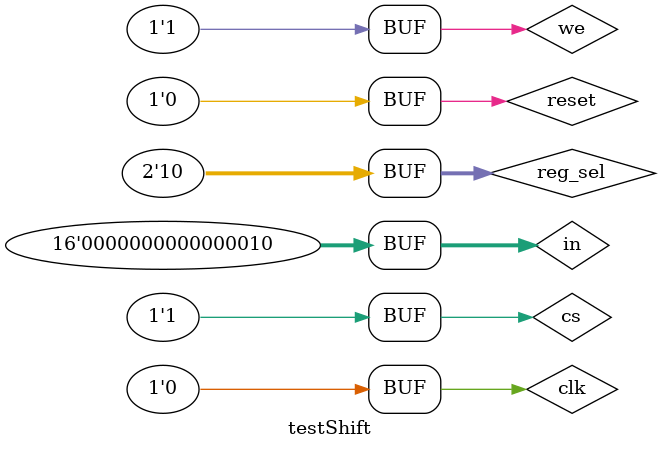
<source format=v>
`timescale 1ns / 1ps


module testShift();

	// Inputs
	reg clk;
	reg reset;
	reg [1:0] reg_sel;
	reg [15:0] in;
	reg cs;
	reg we;

	// Outputs
	wire [15:0] out;

	
	
	localparam  T=20; // clock period

	always
   begin
      clk = 1'b1;
      #(T/2);
      clk = 1'b0;
      #(T/2);
   end



	initial
	 begin
		// Initialize Inputs
		clk = 0;
		reset = 0;
		reg_sel = 0;
		in = 0;
		cs = 1;
		we = 0;

		// Wait 100 ns for global reset to finish
		#100;
      reg_sel = 2'b00;
		in = 16'b0000000000000001; //direccion y cantidad, esto es 1 shift left
		we = 1;
		#20;
      reg_sel = 2'b01;
		in = 16'b0000000000000010; //numero a shiftear
		we = 1;
		#20;
		reg_sel = 2'b11;
		#100;
		reg_sel = 2'b10;

	end
      	// Instantiate the Unit Under Test (UUT)
		ControladorShifter k(
			.clk(clk), 
			.reset(reset), 
			.reg_sel(reg_sel), 
			.in(in), 
			.cs(cs), 
			.we(we), 
			.out(out)
		);
endmodule


</source>
